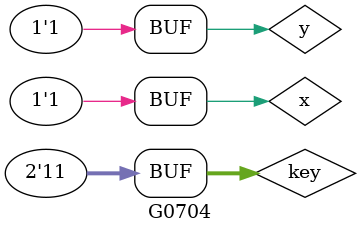
<source format=v>

module f1 (output r, input x,y, input [0:1] key);

	wire or_o;		// or operation
	wire nor_o;		// nor operation
	wire xor_o;		// xor operation
	wire xnor_o;	// xnor operation

	wire not_key[0:1];

	wire and1k1; 	// and buffer_1 first key
	wire and2k1;	//			==    2
	wire and3k1; 	//      ==    3
	wire and4k1;	//      ==    4

	wire and1k2;	// and buffer_1 seccond key
	wire and2k2;	//			==    2
	wire and3k3;	//			==    3
	wire and4k4;	//			==    4

	not  NOT1  (not_key[0], key[0]);
	not  NOT2  (not_key[1], key[1]);
	
	// Operation results
	or   ORO   (or_o,   x,y);
	nor  NORO  (nor_o,  x,y);
	xor  XORO  (xor_o,  x,y);
	xnor XNORO (xnor_o, x,y);

	// Check key 1
	and AND1K1 (and1k1, or_o,   not_key[0]);
	and AND2K1 (and2k1, nor_o,  not_key[0]);
	and AND3K1 (and3k1, xor_o,  key[0]);
	and AND4K1 (and4k1, xnor_o, key[0]);

	// Check key 2
	and AND1K2 (and1k2, and1k1, not_key[1]);	// or
	and AND2K2 (and2k2, and2k1, key[1]);			// nor
	and AND3K2 (and3k2, and3k1, not_key[1]);  // xor
	and AND4K2 (and4k2, and4k1, key[1]);  		// xnor

	// Result
	or (r, and1k2, and2k2, and3k2, and4k2);

endmodule // f1

module G0704;

	// Variables
	reg x = 1'b0;
	reg y = 1'b0;
	reg [0:1] key = 2'b00;
	wire r;

	f1 F1 (r, x,y, key[0:1]);

	// Actions
	initial
		begin : main

			$display ("\nG0704 -\n");

			$display ("or");
			$monitor ("%b | %b %b | %b",key, x,y, r);

			// key = 00	
      #1 y = 1'b1;
      #1 x = 1'b1; y = 1'b0;
			#1 x = 1'b1; y = 1'b1;

			// key = 01
			#1 $display ("\nnor"); 
			#1 key = 2'b01; x = 1'b0; y = 1'b0;
      #1 key = 2'b01; x = 1'b0; y = 1'b1;
			#1 key = 2'b01; x = 1'b1; y = 1'b0;
			#1 key = 2'b01; x = 1'b1; y = 1'b1;

			// key = 10
			#1 $display ("\nxor"); 
      #1 key = 2'b10; x = 1'b0; y = 1'b0;
			#1 key = 2'b10; x = 1'b0; y = 1'b1;
			#1 key = 2'b10; x = 1'b1; y = 1'b0;
			#1 key = 2'b10; x = 1'b1; y = 1'b1;

			// key = 11
			#1 $display ("\nxnor"); 
			#1 key = 2'b11; x = 1'b0; y = 1'b0;
      #1 key = 2'b11; x = 1'b0; y = 1'b1;
			#1 key = 2'b11; x = 1'b1; y = 1'b0;
			#1 key = 2'b11; x = 1'b1; y = 1'b1;

		end // main

endmodule // G0704

</source>
